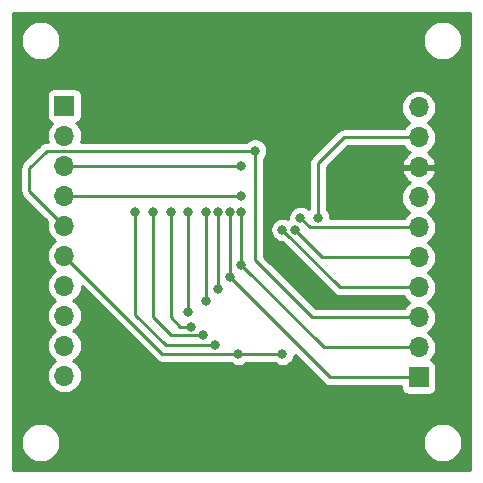
<source format=gbl>
G04 #@! TF.GenerationSoftware,KiCad,Pcbnew,5.0.2-bee76a0~70~ubuntu16.04.1*
G04 #@! TF.CreationDate,2019-08-01T02:01:20+05:30*
G04 #@! TF.ProjectId,AR0135_STM32F746G-DISCO_adapter_rev1,41523031-3335-45f5-9354-4d3332463734,rev?*
G04 #@! TF.SameCoordinates,Original*
G04 #@! TF.FileFunction,Copper,L2,Bot*
G04 #@! TF.FilePolarity,Positive*
%FSLAX46Y46*%
G04 Gerber Fmt 4.6, Leading zero omitted, Abs format (unit mm)*
G04 Created by KiCad (PCBNEW 5.0.2-bee76a0~70~ubuntu16.04.1) date Thu Aug  1 02:01:20 2019*
%MOMM*%
%LPD*%
G01*
G04 APERTURE LIST*
G04 #@! TA.AperFunction,ComponentPad*
%ADD10R,1.700000X1.700000*%
G04 #@! TD*
G04 #@! TA.AperFunction,ComponentPad*
%ADD11O,1.700000X1.700000*%
G04 #@! TD*
G04 #@! TA.AperFunction,ViaPad*
%ADD12C,0.800000*%
G04 #@! TD*
G04 #@! TA.AperFunction,Conductor*
%ADD13C,0.250000*%
G04 #@! TD*
G04 #@! TA.AperFunction,Conductor*
%ADD14C,0.254000*%
G04 #@! TD*
G04 APERTURE END LIST*
D10*
G04 #@! TO.P,J3,1*
G04 #@! TO.N,/FLASH*
X15000000Y-18500000D03*
D11*
G04 #@! TO.P,J3,2*
G04 #@! TO.N,/TRIGGER*
X15000000Y-21040000D03*
G04 #@! TO.P,J3,3*
G04 #@! TO.N,/DCMI_VSYNC*
X15000000Y-23580000D03*
G04 #@! TO.P,J3,4*
G04 #@! TO.N,/DCMI_HSYNC*
X15000000Y-26120000D03*
G04 #@! TO.P,J3,5*
G04 #@! TO.N,/D11*
X15000000Y-28660000D03*
G04 #@! TO.P,J3,6*
G04 #@! TO.N,/D10*
X15000000Y-31200000D03*
G04 #@! TO.P,J3,7*
G04 #@! TO.N,/D9*
X15000000Y-33740000D03*
G04 #@! TO.P,J3,8*
G04 #@! TO.N,/D8*
X15000000Y-36280000D03*
G04 #@! TO.P,J3,9*
G04 #@! TO.N,/D7*
X15000000Y-38820000D03*
G04 #@! TO.P,J3,10*
G04 #@! TO.N,/D6*
X15000000Y-41360000D03*
G04 #@! TD*
G04 #@! TO.P,J4,10*
G04 #@! TO.N,/3V3*
X45000000Y-18640000D03*
G04 #@! TO.P,J4,9*
G04 #@! TO.N,/DCMI_PWR_EN*
X45000000Y-21180000D03*
G04 #@! TO.P,J4,8*
G04 #@! TO.N,/GND*
X45000000Y-23720000D03*
G04 #@! TO.P,J4,7*
G04 #@! TO.N,/DCMI_NRST*
X45000000Y-26260000D03*
G04 #@! TO.P,J4,6*
G04 #@! TO.N,/DCMI_SDA*
X45000000Y-28800000D03*
G04 #@! TO.P,J4,5*
G04 #@! TO.N,/DCMI_SCL*
X45000000Y-31340000D03*
G04 #@! TO.P,J4,4*
G04 #@! TO.N,/DCMI_PIXCK*
X45000000Y-33880000D03*
G04 #@! TO.P,J4,3*
G04 #@! TO.N,/Camera_CLK*
X45000000Y-36420000D03*
G04 #@! TO.P,J4,2*
G04 #@! TO.N,/D4*
X45000000Y-38960000D03*
D10*
G04 #@! TO.P,J4,1*
G04 #@! TO.N,/D5*
X45000000Y-41500000D03*
G04 #@! TD*
D12*
G04 #@! TO.N,/GND*
X33750000Y-45000000D03*
X29000000Y-44500000D03*
G04 #@! TO.N,/DCMI_VSYNC*
X30000000Y-23600000D03*
G04 #@! TO.N,/DCMI_HSYNC*
X29975000Y-26100000D03*
G04 #@! TO.N,/D11*
X21000000Y-27500000D03*
X27750000Y-38775000D03*
G04 #@! TO.N,/D10*
X22500000Y-27500000D03*
X26750000Y-37950000D03*
G04 #@! TO.N,/D9*
X24000000Y-27500000D03*
X25750000Y-37217948D03*
G04 #@! TO.N,/D8*
X25500000Y-27500000D03*
X25500000Y-36000000D03*
G04 #@! TO.N,/D7*
X27000000Y-27500000D03*
X27000000Y-35000000D03*
G04 #@! TO.N,/D6*
X28000000Y-34000000D03*
X28000000Y-27500000D03*
G04 #@! TO.N,/D5*
X29000000Y-27500000D03*
X29000000Y-33000000D03*
G04 #@! TO.N,/D4*
X30000000Y-27500000D03*
X30000000Y-32000000D03*
G04 #@! TO.N,/Camera_CLK*
X31150000Y-22300000D03*
G04 #@! TO.N,/DCMI_PIXCK*
X33475000Y-39500000D03*
X29750000Y-39500000D03*
X33475000Y-29000000D03*
G04 #@! TO.N,/DCMI_SCL*
X34500153Y-28999847D03*
G04 #@! TO.N,/DCMI_SDA*
X35000000Y-28000000D03*
G04 #@! TO.N,/DCMI_PWR_EN*
X36500000Y-28000000D03*
G04 #@! TD*
D13*
G04 #@! TO.N,/GND*
X33750000Y-45000000D02*
X33250000Y-44500000D01*
X33250000Y-44500000D02*
X29000000Y-44500000D01*
G04 #@! TO.N,/DCMI_VSYNC*
X15020000Y-23600000D02*
X15000000Y-23580000D01*
X30000000Y-23600000D02*
X15020000Y-23600000D01*
G04 #@! TO.N,/DCMI_HSYNC*
X15020000Y-26100000D02*
X15000000Y-26120000D01*
X29975000Y-26100000D02*
X15020000Y-26100000D01*
G04 #@! TO.N,/D11*
X21000000Y-27500000D02*
X21000000Y-36200000D01*
X23575000Y-38775000D02*
X27750000Y-38775000D01*
X21000000Y-36200000D02*
X23575000Y-38775000D01*
G04 #@! TO.N,/D10*
X22500000Y-27500000D02*
X22500000Y-36400000D01*
X22500000Y-36400000D02*
X24042948Y-37942948D01*
X26742948Y-37942948D02*
X26750000Y-37950000D01*
X24042948Y-37942948D02*
X26742948Y-37942948D01*
G04 #@! TO.N,/D9*
X24000000Y-27500000D02*
X24000000Y-36400000D01*
X24817948Y-37217948D02*
X25750000Y-37217948D01*
X24000000Y-36400000D02*
X24817948Y-37217948D01*
G04 #@! TO.N,/D8*
X25500000Y-27500000D02*
X25500000Y-36000000D01*
G04 #@! TO.N,/D7*
X27000000Y-27500000D02*
X27000000Y-35000000D01*
G04 #@! TO.N,/D6*
X28000000Y-34000000D02*
X28000000Y-27500000D01*
G04 #@! TO.N,/D5*
X29000000Y-27500000D02*
X29000000Y-33000000D01*
G04 #@! TO.N,/D4*
X30000000Y-27500000D02*
X30000000Y-32000000D01*
G04 #@! TO.N,/Camera_CLK*
X12050000Y-25710000D02*
X12050000Y-23750000D01*
X15000000Y-28660000D02*
X12050000Y-25710000D01*
X12050000Y-23750000D02*
X13500000Y-22300000D01*
X13500000Y-22300000D02*
X31150000Y-22300000D01*
G04 #@! TO.N,/DCMI_PIXCK*
X23300000Y-39500000D02*
X15000000Y-31200000D01*
X29750000Y-39500000D02*
X23300000Y-39500000D01*
X33475000Y-39500000D02*
X29750000Y-39500000D01*
G04 #@! TO.N,/D5*
X37500000Y-41500000D02*
X29000000Y-33000000D01*
X45000000Y-41500000D02*
X37500000Y-41500000D01*
G04 #@! TO.N,/D4*
X36960000Y-38960000D02*
X30000000Y-32000000D01*
X45000000Y-38960000D02*
X36960000Y-38960000D01*
G04 #@! TO.N,/Camera_CLK*
X31150000Y-31600000D02*
X31150000Y-22300000D01*
X35970000Y-36420000D02*
X31150000Y-31600000D01*
X45000000Y-36420000D02*
X35970000Y-36420000D01*
G04 #@! TO.N,/DCMI_PIXCK*
X45000000Y-33880000D02*
X38355000Y-33880000D01*
X38355000Y-33880000D02*
X33475000Y-29000000D01*
G04 #@! TO.N,/DCMI_SCL*
X36840306Y-31340000D02*
X45000000Y-31340000D01*
X34500153Y-28999847D02*
X36840306Y-31340000D01*
G04 #@! TO.N,/DCMI_SDA*
X35800000Y-28800000D02*
X45000000Y-28800000D01*
X35000000Y-28000000D02*
X35800000Y-28800000D01*
G04 #@! TO.N,/DCMI_PWR_EN*
X36500000Y-28000000D02*
X36500000Y-23350000D01*
X38670000Y-21180000D02*
X45000000Y-21180000D01*
X36500000Y-23350000D02*
X38670000Y-21180000D01*
G04 #@! TD*
D14*
G04 #@! TO.N,/GND*
G36*
X49340000Y-49340000D02*
X10660000Y-49340000D01*
X10660000Y-46854042D01*
X11295000Y-46854042D01*
X11295000Y-47185958D01*
X11359754Y-47511496D01*
X11486772Y-47818147D01*
X11671175Y-48094125D01*
X11905875Y-48328825D01*
X12181853Y-48513228D01*
X12488504Y-48640246D01*
X12814042Y-48705000D01*
X13145958Y-48705000D01*
X13471496Y-48640246D01*
X13778147Y-48513228D01*
X14054125Y-48328825D01*
X14288825Y-48094125D01*
X14473228Y-47818147D01*
X14600246Y-47511496D01*
X14665000Y-47185958D01*
X14665000Y-46854042D01*
X45335000Y-46854042D01*
X45335000Y-47185958D01*
X45399754Y-47511496D01*
X45526772Y-47818147D01*
X45711175Y-48094125D01*
X45945875Y-48328825D01*
X46221853Y-48513228D01*
X46528504Y-48640246D01*
X46854042Y-48705000D01*
X47185958Y-48705000D01*
X47511496Y-48640246D01*
X47818147Y-48513228D01*
X48094125Y-48328825D01*
X48328825Y-48094125D01*
X48513228Y-47818147D01*
X48640246Y-47511496D01*
X48705000Y-47185958D01*
X48705000Y-46854042D01*
X48640246Y-46528504D01*
X48513228Y-46221853D01*
X48328825Y-45945875D01*
X48094125Y-45711175D01*
X47818147Y-45526772D01*
X47511496Y-45399754D01*
X47185958Y-45335000D01*
X46854042Y-45335000D01*
X46528504Y-45399754D01*
X46221853Y-45526772D01*
X45945875Y-45711175D01*
X45711175Y-45945875D01*
X45526772Y-46221853D01*
X45399754Y-46528504D01*
X45335000Y-46854042D01*
X14665000Y-46854042D01*
X14600246Y-46528504D01*
X14473228Y-46221853D01*
X14288825Y-45945875D01*
X14054125Y-45711175D01*
X13778147Y-45526772D01*
X13471496Y-45399754D01*
X13145958Y-45335000D01*
X12814042Y-45335000D01*
X12488504Y-45399754D01*
X12181853Y-45526772D01*
X11905875Y-45711175D01*
X11671175Y-45945875D01*
X11486772Y-46221853D01*
X11359754Y-46528504D01*
X11295000Y-46854042D01*
X10660000Y-46854042D01*
X10660000Y-23750000D01*
X11286324Y-23750000D01*
X11290001Y-23787332D01*
X11290000Y-25672677D01*
X11286324Y-25710000D01*
X11290000Y-25747322D01*
X11290000Y-25747332D01*
X11300997Y-25858985D01*
X11343185Y-25998061D01*
X11344454Y-26002246D01*
X11415026Y-26134276D01*
X11454871Y-26182826D01*
X11509999Y-26250001D01*
X11539003Y-26273804D01*
X13559203Y-28294005D01*
X13536487Y-28368889D01*
X13507815Y-28660000D01*
X13536487Y-28951111D01*
X13621401Y-29231034D01*
X13759294Y-29489014D01*
X13944866Y-29715134D01*
X14170986Y-29900706D01*
X14225791Y-29930000D01*
X14170986Y-29959294D01*
X13944866Y-30144866D01*
X13759294Y-30370986D01*
X13621401Y-30628966D01*
X13536487Y-30908889D01*
X13507815Y-31200000D01*
X13536487Y-31491111D01*
X13621401Y-31771034D01*
X13759294Y-32029014D01*
X13944866Y-32255134D01*
X14170986Y-32440706D01*
X14225791Y-32470000D01*
X14170986Y-32499294D01*
X13944866Y-32684866D01*
X13759294Y-32910986D01*
X13621401Y-33168966D01*
X13536487Y-33448889D01*
X13507815Y-33740000D01*
X13536487Y-34031111D01*
X13621401Y-34311034D01*
X13759294Y-34569014D01*
X13944866Y-34795134D01*
X14170986Y-34980706D01*
X14225791Y-35010000D01*
X14170986Y-35039294D01*
X13944866Y-35224866D01*
X13759294Y-35450986D01*
X13621401Y-35708966D01*
X13536487Y-35988889D01*
X13507815Y-36280000D01*
X13536487Y-36571111D01*
X13621401Y-36851034D01*
X13759294Y-37109014D01*
X13944866Y-37335134D01*
X14170986Y-37520706D01*
X14225791Y-37550000D01*
X14170986Y-37579294D01*
X13944866Y-37764866D01*
X13759294Y-37990986D01*
X13621401Y-38248966D01*
X13536487Y-38528889D01*
X13507815Y-38820000D01*
X13536487Y-39111111D01*
X13621401Y-39391034D01*
X13759294Y-39649014D01*
X13944866Y-39875134D01*
X14170986Y-40060706D01*
X14225791Y-40090000D01*
X14170986Y-40119294D01*
X13944866Y-40304866D01*
X13759294Y-40530986D01*
X13621401Y-40788966D01*
X13536487Y-41068889D01*
X13507815Y-41360000D01*
X13536487Y-41651111D01*
X13621401Y-41931034D01*
X13759294Y-42189014D01*
X13944866Y-42415134D01*
X14170986Y-42600706D01*
X14428966Y-42738599D01*
X14708889Y-42823513D01*
X14927050Y-42845000D01*
X15072950Y-42845000D01*
X15291111Y-42823513D01*
X15571034Y-42738599D01*
X15829014Y-42600706D01*
X16055134Y-42415134D01*
X16240706Y-42189014D01*
X16378599Y-41931034D01*
X16463513Y-41651111D01*
X16492185Y-41360000D01*
X16463513Y-41068889D01*
X16378599Y-40788966D01*
X16240706Y-40530986D01*
X16055134Y-40304866D01*
X15829014Y-40119294D01*
X15774209Y-40090000D01*
X15829014Y-40060706D01*
X16055134Y-39875134D01*
X16240706Y-39649014D01*
X16378599Y-39391034D01*
X16463513Y-39111111D01*
X16492185Y-38820000D01*
X16463513Y-38528889D01*
X16378599Y-38248966D01*
X16240706Y-37990986D01*
X16055134Y-37764866D01*
X15829014Y-37579294D01*
X15774209Y-37550000D01*
X15829014Y-37520706D01*
X16055134Y-37335134D01*
X16240706Y-37109014D01*
X16378599Y-36851034D01*
X16463513Y-36571111D01*
X16492185Y-36280000D01*
X16463513Y-35988889D01*
X16378599Y-35708966D01*
X16240706Y-35450986D01*
X16055134Y-35224866D01*
X15829014Y-35039294D01*
X15774209Y-35010000D01*
X15829014Y-34980706D01*
X16055134Y-34795134D01*
X16240706Y-34569014D01*
X16378599Y-34311034D01*
X16463513Y-34031111D01*
X16489765Y-33764567D01*
X22736201Y-40011003D01*
X22759999Y-40040001D01*
X22788997Y-40063799D01*
X22875724Y-40134974D01*
X23007753Y-40205546D01*
X23151014Y-40249003D01*
X23300000Y-40263677D01*
X23337333Y-40260000D01*
X29046289Y-40260000D01*
X29090226Y-40303937D01*
X29259744Y-40417205D01*
X29448102Y-40495226D01*
X29648061Y-40535000D01*
X29851939Y-40535000D01*
X30051898Y-40495226D01*
X30240256Y-40417205D01*
X30409774Y-40303937D01*
X30453711Y-40260000D01*
X32771289Y-40260000D01*
X32815226Y-40303937D01*
X32984744Y-40417205D01*
X33173102Y-40495226D01*
X33373061Y-40535000D01*
X33576939Y-40535000D01*
X33776898Y-40495226D01*
X33965256Y-40417205D01*
X34134774Y-40303937D01*
X34278937Y-40159774D01*
X34392205Y-39990256D01*
X34470226Y-39801898D01*
X34510000Y-39601939D01*
X34510000Y-39584802D01*
X36936201Y-42011003D01*
X36959999Y-42040001D01*
X37075724Y-42134974D01*
X37207753Y-42205546D01*
X37351014Y-42249003D01*
X37462667Y-42260000D01*
X37462676Y-42260000D01*
X37499999Y-42263676D01*
X37537322Y-42260000D01*
X43511928Y-42260000D01*
X43511928Y-42350000D01*
X43524188Y-42474482D01*
X43560498Y-42594180D01*
X43619463Y-42704494D01*
X43698815Y-42801185D01*
X43795506Y-42880537D01*
X43905820Y-42939502D01*
X44025518Y-42975812D01*
X44150000Y-42988072D01*
X45850000Y-42988072D01*
X45974482Y-42975812D01*
X46094180Y-42939502D01*
X46204494Y-42880537D01*
X46301185Y-42801185D01*
X46380537Y-42704494D01*
X46439502Y-42594180D01*
X46475812Y-42474482D01*
X46488072Y-42350000D01*
X46488072Y-40650000D01*
X46475812Y-40525518D01*
X46439502Y-40405820D01*
X46380537Y-40295506D01*
X46301185Y-40198815D01*
X46204494Y-40119463D01*
X46094180Y-40060498D01*
X46025313Y-40039607D01*
X46055134Y-40015134D01*
X46240706Y-39789014D01*
X46378599Y-39531034D01*
X46463513Y-39251111D01*
X46492185Y-38960000D01*
X46463513Y-38668889D01*
X46378599Y-38388966D01*
X46240706Y-38130986D01*
X46055134Y-37904866D01*
X45829014Y-37719294D01*
X45774209Y-37690000D01*
X45829014Y-37660706D01*
X46055134Y-37475134D01*
X46240706Y-37249014D01*
X46378599Y-36991034D01*
X46463513Y-36711111D01*
X46492185Y-36420000D01*
X46463513Y-36128889D01*
X46378599Y-35848966D01*
X46240706Y-35590986D01*
X46055134Y-35364866D01*
X45829014Y-35179294D01*
X45774209Y-35150000D01*
X45829014Y-35120706D01*
X46055134Y-34935134D01*
X46240706Y-34709014D01*
X46378599Y-34451034D01*
X46463513Y-34171111D01*
X46492185Y-33880000D01*
X46463513Y-33588889D01*
X46378599Y-33308966D01*
X46240706Y-33050986D01*
X46055134Y-32824866D01*
X45829014Y-32639294D01*
X45774209Y-32610000D01*
X45829014Y-32580706D01*
X46055134Y-32395134D01*
X46240706Y-32169014D01*
X46378599Y-31911034D01*
X46463513Y-31631111D01*
X46492185Y-31340000D01*
X46463513Y-31048889D01*
X46378599Y-30768966D01*
X46240706Y-30510986D01*
X46055134Y-30284866D01*
X45829014Y-30099294D01*
X45774209Y-30070000D01*
X45829014Y-30040706D01*
X46055134Y-29855134D01*
X46240706Y-29629014D01*
X46378599Y-29371034D01*
X46463513Y-29091111D01*
X46492185Y-28800000D01*
X46463513Y-28508889D01*
X46378599Y-28228966D01*
X46240706Y-27970986D01*
X46055134Y-27744866D01*
X45829014Y-27559294D01*
X45774209Y-27530000D01*
X45829014Y-27500706D01*
X46055134Y-27315134D01*
X46240706Y-27089014D01*
X46378599Y-26831034D01*
X46463513Y-26551111D01*
X46492185Y-26260000D01*
X46463513Y-25968889D01*
X46378599Y-25688966D01*
X46240706Y-25430986D01*
X46055134Y-25204866D01*
X45829014Y-25019294D01*
X45764477Y-24984799D01*
X45881355Y-24915178D01*
X46097588Y-24720269D01*
X46271641Y-24486920D01*
X46396825Y-24224099D01*
X46441476Y-24076890D01*
X46320155Y-23847000D01*
X45127000Y-23847000D01*
X45127000Y-23867000D01*
X44873000Y-23867000D01*
X44873000Y-23847000D01*
X43679845Y-23847000D01*
X43558524Y-24076890D01*
X43603175Y-24224099D01*
X43728359Y-24486920D01*
X43902412Y-24720269D01*
X44118645Y-24915178D01*
X44235523Y-24984799D01*
X44170986Y-25019294D01*
X43944866Y-25204866D01*
X43759294Y-25430986D01*
X43621401Y-25688966D01*
X43536487Y-25968889D01*
X43507815Y-26260000D01*
X43536487Y-26551111D01*
X43621401Y-26831034D01*
X43759294Y-27089014D01*
X43944866Y-27315134D01*
X44170986Y-27500706D01*
X44225791Y-27530000D01*
X44170986Y-27559294D01*
X43944866Y-27744866D01*
X43759294Y-27970986D01*
X43722405Y-28040000D01*
X37535000Y-28040000D01*
X37535000Y-27898061D01*
X37495226Y-27698102D01*
X37417205Y-27509744D01*
X37303937Y-27340226D01*
X37260000Y-27296289D01*
X37260000Y-23664801D01*
X38984803Y-21940000D01*
X43722405Y-21940000D01*
X43759294Y-22009014D01*
X43944866Y-22235134D01*
X44170986Y-22420706D01*
X44235523Y-22455201D01*
X44118645Y-22524822D01*
X43902412Y-22719731D01*
X43728359Y-22953080D01*
X43603175Y-23215901D01*
X43558524Y-23363110D01*
X43679845Y-23593000D01*
X44873000Y-23593000D01*
X44873000Y-23573000D01*
X45127000Y-23573000D01*
X45127000Y-23593000D01*
X46320155Y-23593000D01*
X46441476Y-23363110D01*
X46396825Y-23215901D01*
X46271641Y-22953080D01*
X46097588Y-22719731D01*
X45881355Y-22524822D01*
X45764477Y-22455201D01*
X45829014Y-22420706D01*
X46055134Y-22235134D01*
X46240706Y-22009014D01*
X46378599Y-21751034D01*
X46463513Y-21471111D01*
X46492185Y-21180000D01*
X46463513Y-20888889D01*
X46378599Y-20608966D01*
X46240706Y-20350986D01*
X46055134Y-20124866D01*
X45829014Y-19939294D01*
X45774209Y-19910000D01*
X45829014Y-19880706D01*
X46055134Y-19695134D01*
X46240706Y-19469014D01*
X46378599Y-19211034D01*
X46463513Y-18931111D01*
X46492185Y-18640000D01*
X46463513Y-18348889D01*
X46378599Y-18068966D01*
X46240706Y-17810986D01*
X46055134Y-17584866D01*
X45829014Y-17399294D01*
X45571034Y-17261401D01*
X45291111Y-17176487D01*
X45072950Y-17155000D01*
X44927050Y-17155000D01*
X44708889Y-17176487D01*
X44428966Y-17261401D01*
X44170986Y-17399294D01*
X43944866Y-17584866D01*
X43759294Y-17810986D01*
X43621401Y-18068966D01*
X43536487Y-18348889D01*
X43507815Y-18640000D01*
X43536487Y-18931111D01*
X43621401Y-19211034D01*
X43759294Y-19469014D01*
X43944866Y-19695134D01*
X44170986Y-19880706D01*
X44225791Y-19910000D01*
X44170986Y-19939294D01*
X43944866Y-20124866D01*
X43759294Y-20350986D01*
X43722405Y-20420000D01*
X38707322Y-20420000D01*
X38669999Y-20416324D01*
X38632676Y-20420000D01*
X38632667Y-20420000D01*
X38521014Y-20430997D01*
X38377753Y-20474454D01*
X38245724Y-20545026D01*
X38245722Y-20545027D01*
X38245723Y-20545027D01*
X38158996Y-20616201D01*
X38158992Y-20616205D01*
X38129999Y-20639999D01*
X38106205Y-20668992D01*
X35988998Y-22786201D01*
X35960000Y-22809999D01*
X35936202Y-22838997D01*
X35936201Y-22838998D01*
X35865026Y-22925724D01*
X35794454Y-23057754D01*
X35750998Y-23201015D01*
X35736324Y-23350000D01*
X35740001Y-23387332D01*
X35740000Y-27276289D01*
X35659774Y-27196063D01*
X35490256Y-27082795D01*
X35301898Y-27004774D01*
X35101939Y-26965000D01*
X34898061Y-26965000D01*
X34698102Y-27004774D01*
X34509744Y-27082795D01*
X34340226Y-27196063D01*
X34196063Y-27340226D01*
X34082795Y-27509744D01*
X34004774Y-27698102D01*
X33965000Y-27898061D01*
X33965000Y-28082689D01*
X33776898Y-28004774D01*
X33576939Y-27965000D01*
X33373061Y-27965000D01*
X33173102Y-28004774D01*
X32984744Y-28082795D01*
X32815226Y-28196063D01*
X32671063Y-28340226D01*
X32557795Y-28509744D01*
X32479774Y-28698102D01*
X32440000Y-28898061D01*
X32440000Y-29101939D01*
X32479774Y-29301898D01*
X32557795Y-29490256D01*
X32671063Y-29659774D01*
X32815226Y-29803937D01*
X32984744Y-29917205D01*
X33173102Y-29995226D01*
X33373061Y-30035000D01*
X33435199Y-30035000D01*
X37791201Y-34391003D01*
X37814999Y-34420001D01*
X37930724Y-34514974D01*
X38062753Y-34585546D01*
X38206014Y-34629003D01*
X38317667Y-34640000D01*
X38317676Y-34640000D01*
X38354999Y-34643676D01*
X38392322Y-34640000D01*
X43722405Y-34640000D01*
X43759294Y-34709014D01*
X43944866Y-34935134D01*
X44170986Y-35120706D01*
X44225791Y-35150000D01*
X44170986Y-35179294D01*
X43944866Y-35364866D01*
X43759294Y-35590986D01*
X43722405Y-35660000D01*
X36284802Y-35660000D01*
X31910000Y-31285199D01*
X31910000Y-23003711D01*
X31953937Y-22959774D01*
X32067205Y-22790256D01*
X32145226Y-22601898D01*
X32185000Y-22401939D01*
X32185000Y-22198061D01*
X32145226Y-21998102D01*
X32067205Y-21809744D01*
X31953937Y-21640226D01*
X31809774Y-21496063D01*
X31640256Y-21382795D01*
X31451898Y-21304774D01*
X31251939Y-21265000D01*
X31048061Y-21265000D01*
X30848102Y-21304774D01*
X30659744Y-21382795D01*
X30490226Y-21496063D01*
X30446289Y-21540000D01*
X16400147Y-21540000D01*
X16463513Y-21331111D01*
X16492185Y-21040000D01*
X16463513Y-20748889D01*
X16378599Y-20468966D01*
X16240706Y-20210986D01*
X16055134Y-19984866D01*
X16025313Y-19960393D01*
X16094180Y-19939502D01*
X16204494Y-19880537D01*
X16301185Y-19801185D01*
X16380537Y-19704494D01*
X16439502Y-19594180D01*
X16475812Y-19474482D01*
X16488072Y-19350000D01*
X16488072Y-17650000D01*
X16475812Y-17525518D01*
X16439502Y-17405820D01*
X16380537Y-17295506D01*
X16301185Y-17198815D01*
X16204494Y-17119463D01*
X16094180Y-17060498D01*
X15974482Y-17024188D01*
X15850000Y-17011928D01*
X14150000Y-17011928D01*
X14025518Y-17024188D01*
X13905820Y-17060498D01*
X13795506Y-17119463D01*
X13698815Y-17198815D01*
X13619463Y-17295506D01*
X13560498Y-17405820D01*
X13524188Y-17525518D01*
X13511928Y-17650000D01*
X13511928Y-19350000D01*
X13524188Y-19474482D01*
X13560498Y-19594180D01*
X13619463Y-19704494D01*
X13698815Y-19801185D01*
X13795506Y-19880537D01*
X13905820Y-19939502D01*
X13974687Y-19960393D01*
X13944866Y-19984866D01*
X13759294Y-20210986D01*
X13621401Y-20468966D01*
X13536487Y-20748889D01*
X13507815Y-21040000D01*
X13536487Y-21331111D01*
X13599853Y-21540000D01*
X13537325Y-21540000D01*
X13500000Y-21536324D01*
X13462675Y-21540000D01*
X13462667Y-21540000D01*
X13351014Y-21550997D01*
X13207753Y-21594454D01*
X13075724Y-21665026D01*
X12959999Y-21759999D01*
X12936201Y-21788997D01*
X11538998Y-23186201D01*
X11510000Y-23209999D01*
X11486202Y-23238997D01*
X11486201Y-23238998D01*
X11415026Y-23325724D01*
X11344454Y-23457754D01*
X11314180Y-23557558D01*
X11307373Y-23580000D01*
X11300998Y-23601015D01*
X11286324Y-23750000D01*
X10660000Y-23750000D01*
X10660000Y-12814042D01*
X11295000Y-12814042D01*
X11295000Y-13145958D01*
X11359754Y-13471496D01*
X11486772Y-13778147D01*
X11671175Y-14054125D01*
X11905875Y-14288825D01*
X12181853Y-14473228D01*
X12488504Y-14600246D01*
X12814042Y-14665000D01*
X13145958Y-14665000D01*
X13471496Y-14600246D01*
X13778147Y-14473228D01*
X14054125Y-14288825D01*
X14288825Y-14054125D01*
X14473228Y-13778147D01*
X14600246Y-13471496D01*
X14665000Y-13145958D01*
X14665000Y-12814042D01*
X45335000Y-12814042D01*
X45335000Y-13145958D01*
X45399754Y-13471496D01*
X45526772Y-13778147D01*
X45711175Y-14054125D01*
X45945875Y-14288825D01*
X46221853Y-14473228D01*
X46528504Y-14600246D01*
X46854042Y-14665000D01*
X47185958Y-14665000D01*
X47511496Y-14600246D01*
X47818147Y-14473228D01*
X48094125Y-14288825D01*
X48328825Y-14054125D01*
X48513228Y-13778147D01*
X48640246Y-13471496D01*
X48705000Y-13145958D01*
X48705000Y-12814042D01*
X48640246Y-12488504D01*
X48513228Y-12181853D01*
X48328825Y-11905875D01*
X48094125Y-11671175D01*
X47818147Y-11486772D01*
X47511496Y-11359754D01*
X47185958Y-11295000D01*
X46854042Y-11295000D01*
X46528504Y-11359754D01*
X46221853Y-11486772D01*
X45945875Y-11671175D01*
X45711175Y-11905875D01*
X45526772Y-12181853D01*
X45399754Y-12488504D01*
X45335000Y-12814042D01*
X14665000Y-12814042D01*
X14600246Y-12488504D01*
X14473228Y-12181853D01*
X14288825Y-11905875D01*
X14054125Y-11671175D01*
X13778147Y-11486772D01*
X13471496Y-11359754D01*
X13145958Y-11295000D01*
X12814042Y-11295000D01*
X12488504Y-11359754D01*
X12181853Y-11486772D01*
X11905875Y-11671175D01*
X11671175Y-11905875D01*
X11486772Y-12181853D01*
X11359754Y-12488504D01*
X11295000Y-12814042D01*
X10660000Y-12814042D01*
X10660000Y-10660000D01*
X49340001Y-10660000D01*
X49340000Y-49340000D01*
X49340000Y-49340000D01*
G37*
X49340000Y-49340000D02*
X10660000Y-49340000D01*
X10660000Y-46854042D01*
X11295000Y-46854042D01*
X11295000Y-47185958D01*
X11359754Y-47511496D01*
X11486772Y-47818147D01*
X11671175Y-48094125D01*
X11905875Y-48328825D01*
X12181853Y-48513228D01*
X12488504Y-48640246D01*
X12814042Y-48705000D01*
X13145958Y-48705000D01*
X13471496Y-48640246D01*
X13778147Y-48513228D01*
X14054125Y-48328825D01*
X14288825Y-48094125D01*
X14473228Y-47818147D01*
X14600246Y-47511496D01*
X14665000Y-47185958D01*
X14665000Y-46854042D01*
X45335000Y-46854042D01*
X45335000Y-47185958D01*
X45399754Y-47511496D01*
X45526772Y-47818147D01*
X45711175Y-48094125D01*
X45945875Y-48328825D01*
X46221853Y-48513228D01*
X46528504Y-48640246D01*
X46854042Y-48705000D01*
X47185958Y-48705000D01*
X47511496Y-48640246D01*
X47818147Y-48513228D01*
X48094125Y-48328825D01*
X48328825Y-48094125D01*
X48513228Y-47818147D01*
X48640246Y-47511496D01*
X48705000Y-47185958D01*
X48705000Y-46854042D01*
X48640246Y-46528504D01*
X48513228Y-46221853D01*
X48328825Y-45945875D01*
X48094125Y-45711175D01*
X47818147Y-45526772D01*
X47511496Y-45399754D01*
X47185958Y-45335000D01*
X46854042Y-45335000D01*
X46528504Y-45399754D01*
X46221853Y-45526772D01*
X45945875Y-45711175D01*
X45711175Y-45945875D01*
X45526772Y-46221853D01*
X45399754Y-46528504D01*
X45335000Y-46854042D01*
X14665000Y-46854042D01*
X14600246Y-46528504D01*
X14473228Y-46221853D01*
X14288825Y-45945875D01*
X14054125Y-45711175D01*
X13778147Y-45526772D01*
X13471496Y-45399754D01*
X13145958Y-45335000D01*
X12814042Y-45335000D01*
X12488504Y-45399754D01*
X12181853Y-45526772D01*
X11905875Y-45711175D01*
X11671175Y-45945875D01*
X11486772Y-46221853D01*
X11359754Y-46528504D01*
X11295000Y-46854042D01*
X10660000Y-46854042D01*
X10660000Y-23750000D01*
X11286324Y-23750000D01*
X11290001Y-23787332D01*
X11290000Y-25672677D01*
X11286324Y-25710000D01*
X11290000Y-25747322D01*
X11290000Y-25747332D01*
X11300997Y-25858985D01*
X11343185Y-25998061D01*
X11344454Y-26002246D01*
X11415026Y-26134276D01*
X11454871Y-26182826D01*
X11509999Y-26250001D01*
X11539003Y-26273804D01*
X13559203Y-28294005D01*
X13536487Y-28368889D01*
X13507815Y-28660000D01*
X13536487Y-28951111D01*
X13621401Y-29231034D01*
X13759294Y-29489014D01*
X13944866Y-29715134D01*
X14170986Y-29900706D01*
X14225791Y-29930000D01*
X14170986Y-29959294D01*
X13944866Y-30144866D01*
X13759294Y-30370986D01*
X13621401Y-30628966D01*
X13536487Y-30908889D01*
X13507815Y-31200000D01*
X13536487Y-31491111D01*
X13621401Y-31771034D01*
X13759294Y-32029014D01*
X13944866Y-32255134D01*
X14170986Y-32440706D01*
X14225791Y-32470000D01*
X14170986Y-32499294D01*
X13944866Y-32684866D01*
X13759294Y-32910986D01*
X13621401Y-33168966D01*
X13536487Y-33448889D01*
X13507815Y-33740000D01*
X13536487Y-34031111D01*
X13621401Y-34311034D01*
X13759294Y-34569014D01*
X13944866Y-34795134D01*
X14170986Y-34980706D01*
X14225791Y-35010000D01*
X14170986Y-35039294D01*
X13944866Y-35224866D01*
X13759294Y-35450986D01*
X13621401Y-35708966D01*
X13536487Y-35988889D01*
X13507815Y-36280000D01*
X13536487Y-36571111D01*
X13621401Y-36851034D01*
X13759294Y-37109014D01*
X13944866Y-37335134D01*
X14170986Y-37520706D01*
X14225791Y-37550000D01*
X14170986Y-37579294D01*
X13944866Y-37764866D01*
X13759294Y-37990986D01*
X13621401Y-38248966D01*
X13536487Y-38528889D01*
X13507815Y-38820000D01*
X13536487Y-39111111D01*
X13621401Y-39391034D01*
X13759294Y-39649014D01*
X13944866Y-39875134D01*
X14170986Y-40060706D01*
X14225791Y-40090000D01*
X14170986Y-40119294D01*
X13944866Y-40304866D01*
X13759294Y-40530986D01*
X13621401Y-40788966D01*
X13536487Y-41068889D01*
X13507815Y-41360000D01*
X13536487Y-41651111D01*
X13621401Y-41931034D01*
X13759294Y-42189014D01*
X13944866Y-42415134D01*
X14170986Y-42600706D01*
X14428966Y-42738599D01*
X14708889Y-42823513D01*
X14927050Y-42845000D01*
X15072950Y-42845000D01*
X15291111Y-42823513D01*
X15571034Y-42738599D01*
X15829014Y-42600706D01*
X16055134Y-42415134D01*
X16240706Y-42189014D01*
X16378599Y-41931034D01*
X16463513Y-41651111D01*
X16492185Y-41360000D01*
X16463513Y-41068889D01*
X16378599Y-40788966D01*
X16240706Y-40530986D01*
X16055134Y-40304866D01*
X15829014Y-40119294D01*
X15774209Y-40090000D01*
X15829014Y-40060706D01*
X16055134Y-39875134D01*
X16240706Y-39649014D01*
X16378599Y-39391034D01*
X16463513Y-39111111D01*
X16492185Y-38820000D01*
X16463513Y-38528889D01*
X16378599Y-38248966D01*
X16240706Y-37990986D01*
X16055134Y-37764866D01*
X15829014Y-37579294D01*
X15774209Y-37550000D01*
X15829014Y-37520706D01*
X16055134Y-37335134D01*
X16240706Y-37109014D01*
X16378599Y-36851034D01*
X16463513Y-36571111D01*
X16492185Y-36280000D01*
X16463513Y-35988889D01*
X16378599Y-35708966D01*
X16240706Y-35450986D01*
X16055134Y-35224866D01*
X15829014Y-35039294D01*
X15774209Y-35010000D01*
X15829014Y-34980706D01*
X16055134Y-34795134D01*
X16240706Y-34569014D01*
X16378599Y-34311034D01*
X16463513Y-34031111D01*
X16489765Y-33764567D01*
X22736201Y-40011003D01*
X22759999Y-40040001D01*
X22788997Y-40063799D01*
X22875724Y-40134974D01*
X23007753Y-40205546D01*
X23151014Y-40249003D01*
X23300000Y-40263677D01*
X23337333Y-40260000D01*
X29046289Y-40260000D01*
X29090226Y-40303937D01*
X29259744Y-40417205D01*
X29448102Y-40495226D01*
X29648061Y-40535000D01*
X29851939Y-40535000D01*
X30051898Y-40495226D01*
X30240256Y-40417205D01*
X30409774Y-40303937D01*
X30453711Y-40260000D01*
X32771289Y-40260000D01*
X32815226Y-40303937D01*
X32984744Y-40417205D01*
X33173102Y-40495226D01*
X33373061Y-40535000D01*
X33576939Y-40535000D01*
X33776898Y-40495226D01*
X33965256Y-40417205D01*
X34134774Y-40303937D01*
X34278937Y-40159774D01*
X34392205Y-39990256D01*
X34470226Y-39801898D01*
X34510000Y-39601939D01*
X34510000Y-39584802D01*
X36936201Y-42011003D01*
X36959999Y-42040001D01*
X37075724Y-42134974D01*
X37207753Y-42205546D01*
X37351014Y-42249003D01*
X37462667Y-42260000D01*
X37462676Y-42260000D01*
X37499999Y-42263676D01*
X37537322Y-42260000D01*
X43511928Y-42260000D01*
X43511928Y-42350000D01*
X43524188Y-42474482D01*
X43560498Y-42594180D01*
X43619463Y-42704494D01*
X43698815Y-42801185D01*
X43795506Y-42880537D01*
X43905820Y-42939502D01*
X44025518Y-42975812D01*
X44150000Y-42988072D01*
X45850000Y-42988072D01*
X45974482Y-42975812D01*
X46094180Y-42939502D01*
X46204494Y-42880537D01*
X46301185Y-42801185D01*
X46380537Y-42704494D01*
X46439502Y-42594180D01*
X46475812Y-42474482D01*
X46488072Y-42350000D01*
X46488072Y-40650000D01*
X46475812Y-40525518D01*
X46439502Y-40405820D01*
X46380537Y-40295506D01*
X46301185Y-40198815D01*
X46204494Y-40119463D01*
X46094180Y-40060498D01*
X46025313Y-40039607D01*
X46055134Y-40015134D01*
X46240706Y-39789014D01*
X46378599Y-39531034D01*
X46463513Y-39251111D01*
X46492185Y-38960000D01*
X46463513Y-38668889D01*
X46378599Y-38388966D01*
X46240706Y-38130986D01*
X46055134Y-37904866D01*
X45829014Y-37719294D01*
X45774209Y-37690000D01*
X45829014Y-37660706D01*
X46055134Y-37475134D01*
X46240706Y-37249014D01*
X46378599Y-36991034D01*
X46463513Y-36711111D01*
X46492185Y-36420000D01*
X46463513Y-36128889D01*
X46378599Y-35848966D01*
X46240706Y-35590986D01*
X46055134Y-35364866D01*
X45829014Y-35179294D01*
X45774209Y-35150000D01*
X45829014Y-35120706D01*
X46055134Y-34935134D01*
X46240706Y-34709014D01*
X46378599Y-34451034D01*
X46463513Y-34171111D01*
X46492185Y-33880000D01*
X46463513Y-33588889D01*
X46378599Y-33308966D01*
X46240706Y-33050986D01*
X46055134Y-32824866D01*
X45829014Y-32639294D01*
X45774209Y-32610000D01*
X45829014Y-32580706D01*
X46055134Y-32395134D01*
X46240706Y-32169014D01*
X46378599Y-31911034D01*
X46463513Y-31631111D01*
X46492185Y-31340000D01*
X46463513Y-31048889D01*
X46378599Y-30768966D01*
X46240706Y-30510986D01*
X46055134Y-30284866D01*
X45829014Y-30099294D01*
X45774209Y-30070000D01*
X45829014Y-30040706D01*
X46055134Y-29855134D01*
X46240706Y-29629014D01*
X46378599Y-29371034D01*
X46463513Y-29091111D01*
X46492185Y-28800000D01*
X46463513Y-28508889D01*
X46378599Y-28228966D01*
X46240706Y-27970986D01*
X46055134Y-27744866D01*
X45829014Y-27559294D01*
X45774209Y-27530000D01*
X45829014Y-27500706D01*
X46055134Y-27315134D01*
X46240706Y-27089014D01*
X46378599Y-26831034D01*
X46463513Y-26551111D01*
X46492185Y-26260000D01*
X46463513Y-25968889D01*
X46378599Y-25688966D01*
X46240706Y-25430986D01*
X46055134Y-25204866D01*
X45829014Y-25019294D01*
X45764477Y-24984799D01*
X45881355Y-24915178D01*
X46097588Y-24720269D01*
X46271641Y-24486920D01*
X46396825Y-24224099D01*
X46441476Y-24076890D01*
X46320155Y-23847000D01*
X45127000Y-23847000D01*
X45127000Y-23867000D01*
X44873000Y-23867000D01*
X44873000Y-23847000D01*
X43679845Y-23847000D01*
X43558524Y-24076890D01*
X43603175Y-24224099D01*
X43728359Y-24486920D01*
X43902412Y-24720269D01*
X44118645Y-24915178D01*
X44235523Y-24984799D01*
X44170986Y-25019294D01*
X43944866Y-25204866D01*
X43759294Y-25430986D01*
X43621401Y-25688966D01*
X43536487Y-25968889D01*
X43507815Y-26260000D01*
X43536487Y-26551111D01*
X43621401Y-26831034D01*
X43759294Y-27089014D01*
X43944866Y-27315134D01*
X44170986Y-27500706D01*
X44225791Y-27530000D01*
X44170986Y-27559294D01*
X43944866Y-27744866D01*
X43759294Y-27970986D01*
X43722405Y-28040000D01*
X37535000Y-28040000D01*
X37535000Y-27898061D01*
X37495226Y-27698102D01*
X37417205Y-27509744D01*
X37303937Y-27340226D01*
X37260000Y-27296289D01*
X37260000Y-23664801D01*
X38984803Y-21940000D01*
X43722405Y-21940000D01*
X43759294Y-22009014D01*
X43944866Y-22235134D01*
X44170986Y-22420706D01*
X44235523Y-22455201D01*
X44118645Y-22524822D01*
X43902412Y-22719731D01*
X43728359Y-22953080D01*
X43603175Y-23215901D01*
X43558524Y-23363110D01*
X43679845Y-23593000D01*
X44873000Y-23593000D01*
X44873000Y-23573000D01*
X45127000Y-23573000D01*
X45127000Y-23593000D01*
X46320155Y-23593000D01*
X46441476Y-23363110D01*
X46396825Y-23215901D01*
X46271641Y-22953080D01*
X46097588Y-22719731D01*
X45881355Y-22524822D01*
X45764477Y-22455201D01*
X45829014Y-22420706D01*
X46055134Y-22235134D01*
X46240706Y-22009014D01*
X46378599Y-21751034D01*
X46463513Y-21471111D01*
X46492185Y-21180000D01*
X46463513Y-20888889D01*
X46378599Y-20608966D01*
X46240706Y-20350986D01*
X46055134Y-20124866D01*
X45829014Y-19939294D01*
X45774209Y-19910000D01*
X45829014Y-19880706D01*
X46055134Y-19695134D01*
X46240706Y-19469014D01*
X46378599Y-19211034D01*
X46463513Y-18931111D01*
X46492185Y-18640000D01*
X46463513Y-18348889D01*
X46378599Y-18068966D01*
X46240706Y-17810986D01*
X46055134Y-17584866D01*
X45829014Y-17399294D01*
X45571034Y-17261401D01*
X45291111Y-17176487D01*
X45072950Y-17155000D01*
X44927050Y-17155000D01*
X44708889Y-17176487D01*
X44428966Y-17261401D01*
X44170986Y-17399294D01*
X43944866Y-17584866D01*
X43759294Y-17810986D01*
X43621401Y-18068966D01*
X43536487Y-18348889D01*
X43507815Y-18640000D01*
X43536487Y-18931111D01*
X43621401Y-19211034D01*
X43759294Y-19469014D01*
X43944866Y-19695134D01*
X44170986Y-19880706D01*
X44225791Y-19910000D01*
X44170986Y-19939294D01*
X43944866Y-20124866D01*
X43759294Y-20350986D01*
X43722405Y-20420000D01*
X38707322Y-20420000D01*
X38669999Y-20416324D01*
X38632676Y-20420000D01*
X38632667Y-20420000D01*
X38521014Y-20430997D01*
X38377753Y-20474454D01*
X38245724Y-20545026D01*
X38245722Y-20545027D01*
X38245723Y-20545027D01*
X38158996Y-20616201D01*
X38158992Y-20616205D01*
X38129999Y-20639999D01*
X38106205Y-20668992D01*
X35988998Y-22786201D01*
X35960000Y-22809999D01*
X35936202Y-22838997D01*
X35936201Y-22838998D01*
X35865026Y-22925724D01*
X35794454Y-23057754D01*
X35750998Y-23201015D01*
X35736324Y-23350000D01*
X35740001Y-23387332D01*
X35740000Y-27276289D01*
X35659774Y-27196063D01*
X35490256Y-27082795D01*
X35301898Y-27004774D01*
X35101939Y-26965000D01*
X34898061Y-26965000D01*
X34698102Y-27004774D01*
X34509744Y-27082795D01*
X34340226Y-27196063D01*
X34196063Y-27340226D01*
X34082795Y-27509744D01*
X34004774Y-27698102D01*
X33965000Y-27898061D01*
X33965000Y-28082689D01*
X33776898Y-28004774D01*
X33576939Y-27965000D01*
X33373061Y-27965000D01*
X33173102Y-28004774D01*
X32984744Y-28082795D01*
X32815226Y-28196063D01*
X32671063Y-28340226D01*
X32557795Y-28509744D01*
X32479774Y-28698102D01*
X32440000Y-28898061D01*
X32440000Y-29101939D01*
X32479774Y-29301898D01*
X32557795Y-29490256D01*
X32671063Y-29659774D01*
X32815226Y-29803937D01*
X32984744Y-29917205D01*
X33173102Y-29995226D01*
X33373061Y-30035000D01*
X33435199Y-30035000D01*
X37791201Y-34391003D01*
X37814999Y-34420001D01*
X37930724Y-34514974D01*
X38062753Y-34585546D01*
X38206014Y-34629003D01*
X38317667Y-34640000D01*
X38317676Y-34640000D01*
X38354999Y-34643676D01*
X38392322Y-34640000D01*
X43722405Y-34640000D01*
X43759294Y-34709014D01*
X43944866Y-34935134D01*
X44170986Y-35120706D01*
X44225791Y-35150000D01*
X44170986Y-35179294D01*
X43944866Y-35364866D01*
X43759294Y-35590986D01*
X43722405Y-35660000D01*
X36284802Y-35660000D01*
X31910000Y-31285199D01*
X31910000Y-23003711D01*
X31953937Y-22959774D01*
X32067205Y-22790256D01*
X32145226Y-22601898D01*
X32185000Y-22401939D01*
X32185000Y-22198061D01*
X32145226Y-21998102D01*
X32067205Y-21809744D01*
X31953937Y-21640226D01*
X31809774Y-21496063D01*
X31640256Y-21382795D01*
X31451898Y-21304774D01*
X31251939Y-21265000D01*
X31048061Y-21265000D01*
X30848102Y-21304774D01*
X30659744Y-21382795D01*
X30490226Y-21496063D01*
X30446289Y-21540000D01*
X16400147Y-21540000D01*
X16463513Y-21331111D01*
X16492185Y-21040000D01*
X16463513Y-20748889D01*
X16378599Y-20468966D01*
X16240706Y-20210986D01*
X16055134Y-19984866D01*
X16025313Y-19960393D01*
X16094180Y-19939502D01*
X16204494Y-19880537D01*
X16301185Y-19801185D01*
X16380537Y-19704494D01*
X16439502Y-19594180D01*
X16475812Y-19474482D01*
X16488072Y-19350000D01*
X16488072Y-17650000D01*
X16475812Y-17525518D01*
X16439502Y-17405820D01*
X16380537Y-17295506D01*
X16301185Y-17198815D01*
X16204494Y-17119463D01*
X16094180Y-17060498D01*
X15974482Y-17024188D01*
X15850000Y-17011928D01*
X14150000Y-17011928D01*
X14025518Y-17024188D01*
X13905820Y-17060498D01*
X13795506Y-17119463D01*
X13698815Y-17198815D01*
X13619463Y-17295506D01*
X13560498Y-17405820D01*
X13524188Y-17525518D01*
X13511928Y-17650000D01*
X13511928Y-19350000D01*
X13524188Y-19474482D01*
X13560498Y-19594180D01*
X13619463Y-19704494D01*
X13698815Y-19801185D01*
X13795506Y-19880537D01*
X13905820Y-19939502D01*
X13974687Y-19960393D01*
X13944866Y-19984866D01*
X13759294Y-20210986D01*
X13621401Y-20468966D01*
X13536487Y-20748889D01*
X13507815Y-21040000D01*
X13536487Y-21331111D01*
X13599853Y-21540000D01*
X13537325Y-21540000D01*
X13500000Y-21536324D01*
X13462675Y-21540000D01*
X13462667Y-21540000D01*
X13351014Y-21550997D01*
X13207753Y-21594454D01*
X13075724Y-21665026D01*
X12959999Y-21759999D01*
X12936201Y-21788997D01*
X11538998Y-23186201D01*
X11510000Y-23209999D01*
X11486202Y-23238997D01*
X11486201Y-23238998D01*
X11415026Y-23325724D01*
X11344454Y-23457754D01*
X11314180Y-23557558D01*
X11307373Y-23580000D01*
X11300998Y-23601015D01*
X11286324Y-23750000D01*
X10660000Y-23750000D01*
X10660000Y-12814042D01*
X11295000Y-12814042D01*
X11295000Y-13145958D01*
X11359754Y-13471496D01*
X11486772Y-13778147D01*
X11671175Y-14054125D01*
X11905875Y-14288825D01*
X12181853Y-14473228D01*
X12488504Y-14600246D01*
X12814042Y-14665000D01*
X13145958Y-14665000D01*
X13471496Y-14600246D01*
X13778147Y-14473228D01*
X14054125Y-14288825D01*
X14288825Y-14054125D01*
X14473228Y-13778147D01*
X14600246Y-13471496D01*
X14665000Y-13145958D01*
X14665000Y-12814042D01*
X45335000Y-12814042D01*
X45335000Y-13145958D01*
X45399754Y-13471496D01*
X45526772Y-13778147D01*
X45711175Y-14054125D01*
X45945875Y-14288825D01*
X46221853Y-14473228D01*
X46528504Y-14600246D01*
X46854042Y-14665000D01*
X47185958Y-14665000D01*
X47511496Y-14600246D01*
X47818147Y-14473228D01*
X48094125Y-14288825D01*
X48328825Y-14054125D01*
X48513228Y-13778147D01*
X48640246Y-13471496D01*
X48705000Y-13145958D01*
X48705000Y-12814042D01*
X48640246Y-12488504D01*
X48513228Y-12181853D01*
X48328825Y-11905875D01*
X48094125Y-11671175D01*
X47818147Y-11486772D01*
X47511496Y-11359754D01*
X47185958Y-11295000D01*
X46854042Y-11295000D01*
X46528504Y-11359754D01*
X46221853Y-11486772D01*
X45945875Y-11671175D01*
X45711175Y-11905875D01*
X45526772Y-12181853D01*
X45399754Y-12488504D01*
X45335000Y-12814042D01*
X14665000Y-12814042D01*
X14600246Y-12488504D01*
X14473228Y-12181853D01*
X14288825Y-11905875D01*
X14054125Y-11671175D01*
X13778147Y-11486772D01*
X13471496Y-11359754D01*
X13145958Y-11295000D01*
X12814042Y-11295000D01*
X12488504Y-11359754D01*
X12181853Y-11486772D01*
X11905875Y-11671175D01*
X11671175Y-11905875D01*
X11486772Y-12181853D01*
X11359754Y-12488504D01*
X11295000Y-12814042D01*
X10660000Y-12814042D01*
X10660000Y-10660000D01*
X49340001Y-10660000D01*
X49340000Y-49340000D01*
G04 #@! TD*
M02*

</source>
